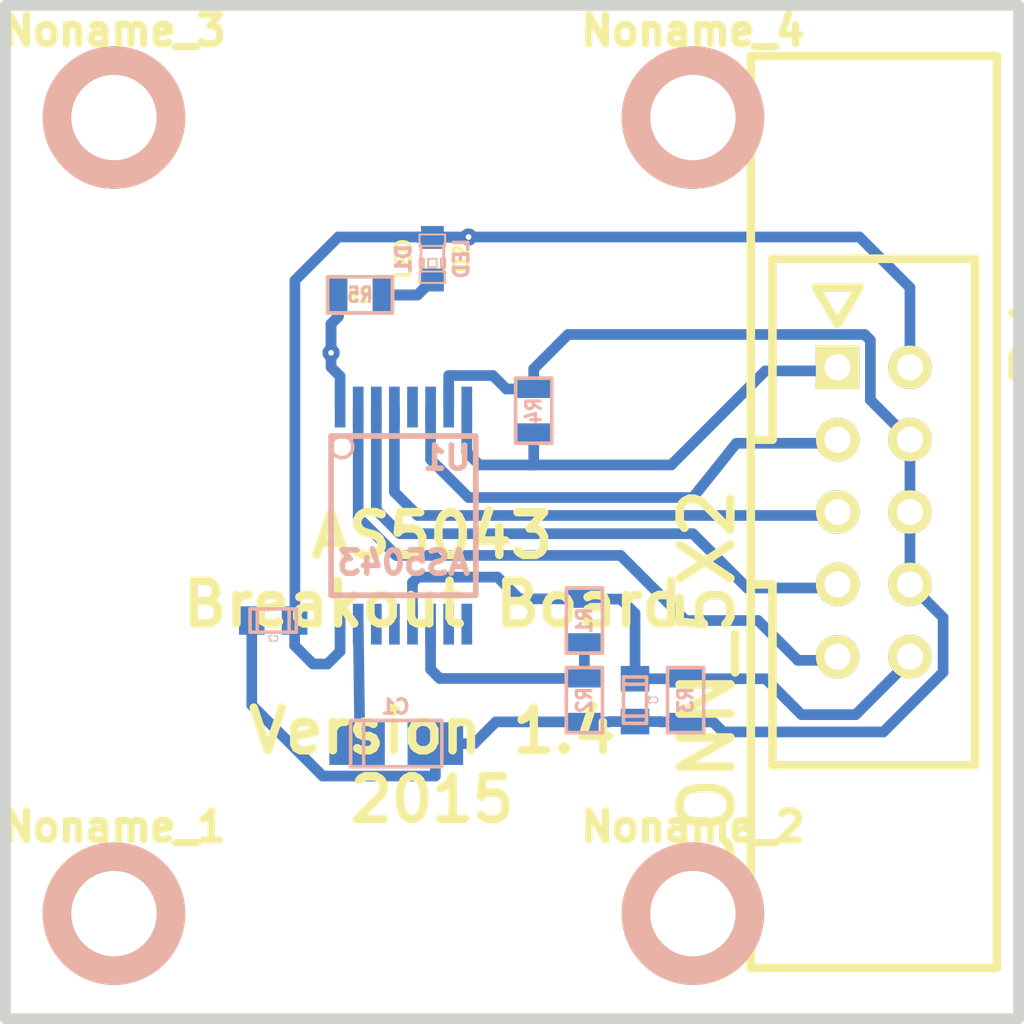
<source format=kicad_pcb>
(kicad_pcb (version 20171130) (host pcbnew "(5.1.12)-1")

  (general
    (thickness 1.6002)
    (drawings 21)
    (tracks 136)
    (zones 0)
    (modules 17)
    (nets 16)
  )

  (page A4)
  (title_block
    (date "22 jul 2012")
  )

  (layers
    (0 Front signal)
    (31 Back signal)
    (32 B.Adhes user hide)
    (33 F.Adhes user hide)
    (34 B.Paste user hide)
    (35 F.Paste user hide)
    (36 B.SilkS user hide)
    (37 F.SilkS user hide)
    (38 B.Mask user hide)
    (39 F.Mask user hide)
    (40 Dwgs.User user hide)
    (41 Cmts.User user hide)
    (42 Eco1.User user hide)
    (43 Eco2.User user hide)
    (44 Edge.Cuts user)
  )

  (setup
    (last_trace_width 0.37592)
    (user_trace_width 0.37338)
    (trace_clearance 0.20066)
    (zone_clearance 0.4)
    (zone_45_only yes)
    (trace_min 0.37338)
    (via_size 0.889)
    (via_drill 0.635)
    (via_min_size 0.6)
    (via_min_drill 0.2)
    (user_via 0.6 0.2)
    (uvia_size 0.508)
    (uvia_drill 0.127)
    (uvias_allowed no)
    (uvia_min_size 0.508)
    (uvia_min_drill 0.127)
    (edge_width 0.381)
    (segment_width 0.381)
    (pcb_text_width 0.3048)
    (pcb_text_size 1.524 2.032)
    (mod_edge_width 0.381)
    (mod_text_size 1.524 1.524)
    (mod_text_width 0.3048)
    (pad_size 5.00126 5.00126)
    (pad_drill 2.99466)
    (pad_to_mask_clearance 0.254)
    (aux_axis_origin 31.75 30.988)
    (visible_elements 7FFFFFFF)
    (pcbplotparams
      (layerselection 0x0003c_80000001)
      (usegerberextensions false)
      (usegerberattributes true)
      (usegerberadvancedattributes true)
      (creategerberjobfile true)
      (excludeedgelayer false)
      (linewidth 0.150000)
      (plotframeref false)
      (viasonmask false)
      (mode 1)
      (useauxorigin false)
      (hpglpennumber 1)
      (hpglpenspeed 20)
      (hpglpendiameter 100.000000)
      (psnegative false)
      (psa4output false)
      (plotreference true)
      (plotvalue true)
      (plotinvisibletext false)
      (padsonsilk false)
      (subtractmaskfromsilk false)
      (outputformat 2)
      (mirror false)
      (drillshape 2)
      (scaleselection 1)
      (outputdirectory "plot/"))
  )

  (net 0 "")
  (net 1 +5V)
  (net 2 /CLK)
  (net 3 /CS)
  (net 4 /DO)
  (net 5 /MODE)
  (net 6 /PROG)
  (net 7 GND)
  (net 8 "Net-(C1-Pad1)")
  (net 9 "Net-(C3-Pad1)")
  (net 10 "Net-(D1-Pad2)")
  (net 11 "Net-(D2-Pad2)")
  (net 12 "Net-(R1-Pad2)")
  (net 13 "Net-(R5-Pad2)")
  (net 14 "Net-(U1-Pad10)")
  (net 15 "Net-(U1-Pad9)")

  (net_class Default "This is the default net class."
    (clearance 0.20066)
    (trace_width 0.37592)
    (via_dia 0.889)
    (via_drill 0.635)
    (uvia_dia 0.508)
    (uvia_drill 0.127)
    (add_net +5V)
    (add_net /CLK)
    (add_net /CS)
    (add_net /DO)
    (add_net /MODE)
    (add_net /PROG)
    (add_net GND)
    (add_net "Net-(C1-Pad1)")
    (add_net "Net-(C3-Pad1)")
    (add_net "Net-(D1-Pad2)")
    (add_net "Net-(D2-Pad2)")
    (add_net "Net-(R1-Pad2)")
    (add_net "Net-(R5-Pad2)")
    (add_net "Net-(U1-Pad10)")
    (add_net "Net-(U1-Pad9)")
  )

  (module 1pin (layer Front) (tedit 500C59CB) (tstamp 4F245705)
    (at 55.88 34.925)
    (descr "module 1 pin (ou trou mecanique de percage)")
    (tags DEV)
    (path 1pin)
    (fp_text reference Noname_4 (at 0 -3.048) (layer F.SilkS)
      (effects (font (size 1.016 1.016) (thickness 0.254)))
    )
    (fp_text value P*** (at 0 2.794) (layer F.SilkS) hide
      (effects (font (size 1.016 1.016) (thickness 0.254)))
    )
    (fp_circle (center 0 0) (end 0 -2.286) (layer F.SilkS) (width 0.381))
    (pad 1 thru_hole circle (at 0 -0.00254) (size 5.00126 5.00126) (drill 2.99466) (layers *.Cu *.SilkS *.Mask)
      (clearance 0.50038))
  )

  (module 1pin (layer Front) (tedit 500C59A8) (tstamp 4F245844)
    (at 35.56 34.925)
    (descr "module 1 pin (ou trou mecanique de percage)")
    (tags DEV)
    (path 1pin)
    (fp_text reference Noname_3 (at 0 -3.048) (layer F.SilkS)
      (effects (font (size 1.016 1.016) (thickness 0.254)))
    )
    (fp_text value P*** (at 0 2.794) (layer F.SilkS) hide
      (effects (font (size 1.016 1.016) (thickness 0.254)))
    )
    (fp_circle (center 0 0) (end 0 -2.286) (layer F.SilkS) (width 0.381))
    (pad 1 thru_hole circle (at 0 -0.00254) (size 5.00126 5.00126) (drill 2.99466) (layers *.Cu *.SilkS *.Mask)
      (clearance 0.50038))
  )

  (module 1pin (layer Front) (tedit 500C59EB) (tstamp 4FCBC48C)
    (at 55.88 62.865)
    (descr "module 1 pin (ou trou mecanique de percage)")
    (tags DEV)
    (path 1pin)
    (fp_text reference Noname_2 (at 0 -3.048) (layer F.SilkS)
      (effects (font (size 1.016 1.016) (thickness 0.254)))
    )
    (fp_text value P*** (at 0 2.794) (layer F.SilkS) hide
      (effects (font (size 1.016 1.016) (thickness 0.254)))
    )
    (fp_circle (center 0 0) (end 0 -2.286) (layer F.SilkS) (width 0.381))
    (pad 1 thru_hole circle (at 0 0) (size 5.00126 5.00126) (drill 2.99466) (layers *.Cu *.SilkS *.Mask)
      (clearance 0.50038))
  )

  (module 1pin (layer Front) (tedit 500C59F7) (tstamp 4F245859)
    (at 35.56 62.865)
    (descr "module 1 pin (ou trou mecanique de percage)")
    (tags DEV)
    (path 1pin)
    (fp_text reference Noname_1 (at 0 -3.048) (layer F.SilkS)
      (effects (font (size 1.016 1.016) (thickness 0.254)))
    )
    (fp_text value P*** (at 0 2.794) (layer F.SilkS) hide
      (effects (font (size 1.016 1.016) (thickness 0.254)))
    )
    (fp_circle (center 0 0) (end 0 -2.286) (layer F.SilkS) (width 0.381))
    (pad 1 thru_hole circle (at 0 0) (size 5.00126 5.00126) (drill 2.99466) (layers *.Cu *.SilkS *.Mask)
      (clearance 0.50038))
  )

  (module smd_capacitors:c_tant_A (layer Back) (tedit 4D5D91D2) (tstamp 56656313)
    (at 45.466 56.896 180)
    (descr "SMT capacitor, tantalum size A")
    (path /4F242986)
    (fp_text reference C1 (at 0.0254 1.2954 180) (layer B.SilkS)
      (effects (font (size 0.50038 0.50038) (thickness 0.11938)) (justify mirror))
    )
    (fp_text value 5uF (at 0 -1.27 180) (layer B.SilkS) hide
      (effects (font (size 0.50038 0.50038) (thickness 0.11938)) (justify mirror))
    )
    (fp_line (start 1.143 -0.8128) (end 1.143 0.8128) (layer B.SilkS) (width 0.127))
    (fp_line (start -1.6002 0.8128) (end -1.6002 -0.8128) (layer B.SilkS) (width 0.127))
    (fp_line (start -1.6002 -0.8128) (end 1.6002 -0.8128) (layer B.SilkS) (width 0.127))
    (fp_line (start 1.6002 -0.8128) (end 1.6002 0.8128) (layer B.SilkS) (width 0.127))
    (fp_line (start 1.6002 0.8128) (end -1.6002 0.8128) (layer B.SilkS) (width 0.127))
    (pad 1 smd rect (at 1.37414 0 180) (size 1.95072 1.50114) (layers Back B.Paste B.Mask)
      (net 8 "Net-(C1-Pad1)"))
    (pad 2 smd rect (at -1.37414 0 180) (size 1.95072 1.50114) (layers Back B.Paste B.Mask)
      (net 7 GND))
    (model smd/capacitors/c_tant_A.wrl
      (at (xyz 0 0 0))
      (scale (xyz 1 1 1))
      (rotate (xyz 0 0 0))
    )
  )

  (module smd_capacitors:c_0603 (layer Back) (tedit 490472AA) (tstamp 56656318)
    (at 41.148 52.578)
    (descr "SMT capacitor, 0603")
    (path /4F242939)
    (fp_text reference C2 (at 0 0.635) (layer B.SilkS)
      (effects (font (size 0.20066 0.20066) (thickness 0.04064)) (justify mirror))
    )
    (fp_text value 100nF (at 0 -0.635) (layer B.SilkS) hide
      (effects (font (size 0.20066 0.20066) (thickness 0.04064)) (justify mirror))
    )
    (fp_line (start 0.5588 -0.4064) (end 0.5588 0.4064) (layer B.SilkS) (width 0.127))
    (fp_line (start -0.5588 0.381) (end -0.5588 -0.4064) (layer B.SilkS) (width 0.127))
    (fp_line (start -0.8128 0.4064) (end 0.8128 0.4064) (layer B.SilkS) (width 0.127))
    (fp_line (start 0.8128 0.4064) (end 0.8128 -0.4064) (layer B.SilkS) (width 0.127))
    (fp_line (start 0.8128 -0.4064) (end -0.8128 -0.4064) (layer B.SilkS) (width 0.127))
    (fp_line (start -0.8128 -0.4064) (end -0.8128 0.4064) (layer B.SilkS) (width 0.127))
    (pad 1 smd rect (at 0.75184 0) (size 0.89916 1.00076) (layers Back B.Paste B.Mask)
      (net 1 +5V))
    (pad 2 smd rect (at -0.75184 0) (size 0.89916 1.00076) (layers Back B.Paste B.Mask)
      (net 7 GND))
    (model smd/capacitors/c_0603.wrl
      (at (xyz 0 0 0))
      (scale (xyz 1 1 1))
      (rotate (xyz 0 0 0))
    )
  )

  (module smd_capacitors:c_0603 (layer Back) (tedit 5665643F) (tstamp 5665631D)
    (at 53.848 55.372 90)
    (descr "SMT capacitor, 0603")
    (path /4F242FCD)
    (fp_text reference C3 (at 0 0.635) (layer B.SilkS)
      (effects (font (size 0.20066 0.20066) (thickness 0.04064)) (justify mirror))
    )
    (fp_text value 100pf (at 0 -0.635 90) (layer B.SilkS) hide
      (effects (font (size 0.20066 0.20066) (thickness 0.04064)) (justify mirror))
    )
    (fp_line (start 0.5588 -0.4064) (end 0.5588 0.4064) (layer B.SilkS) (width 0.127))
    (fp_line (start -0.5588 0.381) (end -0.5588 -0.4064) (layer B.SilkS) (width 0.127))
    (fp_line (start -0.8128 0.4064) (end 0.8128 0.4064) (layer B.SilkS) (width 0.127))
    (fp_line (start 0.8128 0.4064) (end 0.8128 -0.4064) (layer B.SilkS) (width 0.127))
    (fp_line (start 0.8128 -0.4064) (end -0.8128 -0.4064) (layer B.SilkS) (width 0.127))
    (fp_line (start -0.8128 -0.4064) (end -0.8128 0.4064) (layer B.SilkS) (width 0.127))
    (pad 1 smd rect (at 0.75184 0 90) (size 0.89916 1.00076) (layers Back B.Paste B.Mask)
      (net 9 "Net-(C3-Pad1)"))
    (pad 2 smd rect (at -0.75184 0 90) (size 0.89916 1.00076) (layers Back B.Paste B.Mask)
      (net 7 GND))
    (model smd/capacitors/c_0603.wrl
      (at (xyz 0 0 0))
      (scale (xyz 1 1 1))
      (rotate (xyz 0 0 0))
    )
  )

  (module led:LED-0603 (layer Back) (tedit 4E16AFB4) (tstamp 56656322)
    (at 46.736 39.878 270)
    (descr "LED 0603 smd package")
    (tags "LED led 0603 SMD smd SMT smt smdled SMDLED smtled SMTLED")
    (path /4FCB8666)
    (attr smd)
    (fp_text reference D1 (at 0 1.016 270) (layer B.SilkS)
      (effects (font (size 0.508 0.508) (thickness 0.127)) (justify mirror))
    )
    (fp_text value LED (at 0 -1.016 270) (layer B.SilkS)
      (effects (font (size 0.508 0.508) (thickness 0.127)) (justify mirror))
    )
    (fp_line (start 0.44958 0.44958) (end 0.44958 -0.44958) (layer B.SilkS) (width 0.06604))
    (fp_line (start 0.44958 -0.44958) (end 0.84836 -0.44958) (layer B.SilkS) (width 0.06604))
    (fp_line (start 0.84836 0.44958) (end 0.84836 -0.44958) (layer B.SilkS) (width 0.06604))
    (fp_line (start 0.44958 0.44958) (end 0.84836 0.44958) (layer B.SilkS) (width 0.06604))
    (fp_line (start -0.84836 0.44958) (end -0.84836 -0.44958) (layer B.SilkS) (width 0.06604))
    (fp_line (start -0.84836 -0.44958) (end -0.44958 -0.44958) (layer B.SilkS) (width 0.06604))
    (fp_line (start -0.44958 0.44958) (end -0.44958 -0.44958) (layer B.SilkS) (width 0.06604))
    (fp_line (start -0.84836 0.44958) (end -0.44958 0.44958) (layer B.SilkS) (width 0.06604))
    (fp_line (start 0 0.44958) (end 0 0.29972) (layer B.SilkS) (width 0.06604))
    (fp_line (start 0 0.29972) (end 0.29972 0.29972) (layer B.SilkS) (width 0.06604))
    (fp_line (start 0.29972 0.44958) (end 0.29972 0.29972) (layer B.SilkS) (width 0.06604))
    (fp_line (start 0 0.44958) (end 0.29972 0.44958) (layer B.SilkS) (width 0.06604))
    (fp_line (start 0 -0.29972) (end 0 -0.44958) (layer B.SilkS) (width 0.06604))
    (fp_line (start 0 -0.44958) (end 0.29972 -0.44958) (layer B.SilkS) (width 0.06604))
    (fp_line (start 0.29972 -0.29972) (end 0.29972 -0.44958) (layer B.SilkS) (width 0.06604))
    (fp_line (start 0 -0.29972) (end 0.29972 -0.29972) (layer B.SilkS) (width 0.06604))
    (fp_line (start 0 0.14986) (end 0 -0.14986) (layer B.SilkS) (width 0.06604))
    (fp_line (start 0 -0.14986) (end 0.29972 -0.14986) (layer B.SilkS) (width 0.06604))
    (fp_line (start 0.29972 0.14986) (end 0.29972 -0.14986) (layer B.SilkS) (width 0.06604))
    (fp_line (start 0 0.14986) (end 0.29972 0.14986) (layer B.SilkS) (width 0.06604))
    (fp_line (start 0.44958 0.39878) (end -0.44958 0.39878) (layer B.SilkS) (width 0.1016))
    (fp_line (start 0.44958 -0.39878) (end -0.44958 -0.39878) (layer B.SilkS) (width 0.1016))
    (pad 1 smd rect (at -0.7493 0 270) (size 0.79756 0.79756) (layers Back B.Paste B.Mask)
      (net 1 +5V))
    (pad 2 smd rect (at 0.7493 0 270) (size 0.79756 0.79756) (layers Back B.Paste B.Mask)
      (net 10 "Net-(D1-Pad2)"))
  )

  (module led:LED-0603 (layer Front) (tedit 4E16AFB4) (tstamp 56656327)
    (at 46.7335 39.878 270)
    (descr "LED 0603 smd package")
    (tags "LED led 0603 SMD smd SMT smt smdled SMDLED smtled SMTLED")
    (path /4FCCEFE9)
    (attr smd)
    (fp_text reference D2 (at 0 -1.016 270) (layer F.SilkS)
      (effects (font (size 0.508 0.508) (thickness 0.127)))
    )
    (fp_text value LED (at 0 1.016 270) (layer F.SilkS)
      (effects (font (size 0.508 0.508) (thickness 0.127)))
    )
    (fp_line (start 0.44958 -0.44958) (end 0.44958 0.44958) (layer F.SilkS) (width 0.06604))
    (fp_line (start 0.44958 0.44958) (end 0.84836 0.44958) (layer F.SilkS) (width 0.06604))
    (fp_line (start 0.84836 -0.44958) (end 0.84836 0.44958) (layer F.SilkS) (width 0.06604))
    (fp_line (start 0.44958 -0.44958) (end 0.84836 -0.44958) (layer F.SilkS) (width 0.06604))
    (fp_line (start -0.84836 -0.44958) (end -0.84836 0.44958) (layer F.SilkS) (width 0.06604))
    (fp_line (start -0.84836 0.44958) (end -0.44958 0.44958) (layer F.SilkS) (width 0.06604))
    (fp_line (start -0.44958 -0.44958) (end -0.44958 0.44958) (layer F.SilkS) (width 0.06604))
    (fp_line (start -0.84836 -0.44958) (end -0.44958 -0.44958) (layer F.SilkS) (width 0.06604))
    (fp_line (start 0 -0.44958) (end 0 -0.29972) (layer F.SilkS) (width 0.06604))
    (fp_line (start 0 -0.29972) (end 0.29972 -0.29972) (layer F.SilkS) (width 0.06604))
    (fp_line (start 0.29972 -0.44958) (end 0.29972 -0.29972) (layer F.SilkS) (width 0.06604))
    (fp_line (start 0 -0.44958) (end 0.29972 -0.44958) (layer F.SilkS) (width 0.06604))
    (fp_line (start 0 0.29972) (end 0 0.44958) (layer F.SilkS) (width 0.06604))
    (fp_line (start 0 0.44958) (end 0.29972 0.44958) (layer F.SilkS) (width 0.06604))
    (fp_line (start 0.29972 0.29972) (end 0.29972 0.44958) (layer F.SilkS) (width 0.06604))
    (fp_line (start 0 0.29972) (end 0.29972 0.29972) (layer F.SilkS) (width 0.06604))
    (fp_line (start 0 -0.14986) (end 0 0.14986) (layer F.SilkS) (width 0.06604))
    (fp_line (start 0 0.14986) (end 0.29972 0.14986) (layer F.SilkS) (width 0.06604))
    (fp_line (start 0.29972 -0.14986) (end 0.29972 0.14986) (layer F.SilkS) (width 0.06604))
    (fp_line (start 0 -0.14986) (end 0.29972 -0.14986) (layer F.SilkS) (width 0.06604))
    (fp_line (start 0.44958 -0.39878) (end -0.44958 -0.39878) (layer F.SilkS) (width 0.1016))
    (fp_line (start 0.44958 0.39878) (end -0.44958 0.39878) (layer F.SilkS) (width 0.1016))
    (pad 1 smd rect (at -0.7493 0 270) (size 0.79756 0.79756) (layers Front F.Paste F.Mask)
      (net 1 +5V))
    (pad 2 smd rect (at 0.7493 0 270) (size 0.79756 0.79756) (layers Front F.Paste F.Mask)
      (net 11 "Net-(D2-Pad2)"))
  )

  (module he10-lock:he10-lock (layer Front) (tedit 4F29B1CA) (tstamp 5665632C)
    (at 62.2275 48.768 270)
    (descr "Connecteur HE10")
    (tags "CONN HE10")
    (path /4F21BD0B)
    (fp_text reference P1 (at -6.096 -5.842 270) (layer F.SilkS)
      (effects (font (size 1.778 1.778) (thickness 0.3048)))
    )
    (fp_text value CONN_5X2 (at 6.096 5.842 270) (layer F.SilkS)
      (effects (font (size 1.778 1.778) (thickness 0.3048)))
    )
    (fp_line (start 16.002 -4.318) (end 16.002 4.318) (layer F.SilkS) (width 0.3048))
    (fp_line (start 16.002 4.318) (end -16.002 4.318) (layer F.SilkS) (width 0.3048))
    (fp_line (start -16.002 -4.318) (end 16.002 -4.318) (layer F.SilkS) (width 0.3048))
    (fp_line (start -8.89 3.556) (end -8.89 -3.556) (layer F.SilkS) (width 0.3048))
    (fp_line (start 8.89 3.556) (end 8.89 -3.556) (layer F.SilkS) (width 0.3048))
    (fp_line (start -2.54 4.318) (end -2.54 3.556) (layer F.SilkS) (width 0.3048))
    (fp_line (start -2.54 3.556) (end -8.89 3.556) (layer F.SilkS) (width 0.3048))
    (fp_line (start -8.89 -3.556) (end 8.89 -3.556) (layer F.SilkS) (width 0.3048))
    (fp_line (start 8.89 3.556) (end 2.54 3.556) (layer F.SilkS) (width 0.3048))
    (fp_line (start 2.54 3.556) (end 2.54 4.318) (layer F.SilkS) (width 0.3048))
    (fp_line (start -16.002 4.318) (end -16.002 -4.318) (layer F.SilkS) (width 0.3048))
    (fp_line (start -6.604 1.27) (end -7.874 0.508) (layer F.SilkS) (width 0.3048))
    (fp_line (start -7.874 0.508) (end -7.874 2.032) (layer F.SilkS) (width 0.3048))
    (fp_line (start -7.874 2.032) (end -6.604 1.27) (layer F.SilkS) (width 0.3048))
    (pad 1 thru_hole rect (at -5.08 1.27 270) (size 1.524 1.524) (drill 0.9144) (layers *.Cu *.Mask F.SilkS)
      (net 6 /PROG))
    (pad 2 thru_hole circle (at -5.08 -1.27 270) (size 1.524 1.524) (drill 0.9144) (layers *.Cu *.Mask F.SilkS)
      (net 1 +5V))
    (pad 3 thru_hole circle (at -2.54 1.27 270) (size 1.524 1.524) (drill 0.9144) (layers *.Cu *.Mask F.SilkS)
      (net 4 /DO))
    (pad 4 thru_hole circle (at -2.54 -1.27 270) (size 1.524 1.524) (drill 0.9144) (layers *.Cu *.Mask F.SilkS)
      (net 7 GND))
    (pad 5 thru_hole circle (at 0 1.27 270) (size 1.524 1.524) (drill 0.9144) (layers *.Cu *.Mask F.SilkS)
      (net 2 /CLK))
    (pad 6 thru_hole circle (at 0 -1.27 270) (size 1.524 1.524) (drill 0.9144) (layers *.Cu *.Mask F.SilkS)
      (net 7 GND))
    (pad 7 thru_hole circle (at 2.54 1.27 270) (size 1.524 1.524) (drill 0.9144) (layers *.Cu *.Mask F.SilkS)
      (net 3 /CS))
    (pad 8 thru_hole circle (at 2.54 -1.27 270) (size 1.524 1.524) (drill 0.9144) (layers *.Cu *.Mask F.SilkS)
      (net 7 GND))
    (pad 9 thru_hole circle (at 5.08 1.27 270) (size 1.524 1.524) (drill 0.9144) (layers *.Cu *.Mask F.SilkS)
      (net 5 /MODE))
    (pad 10 thru_hole circle (at 5.08 -1.27 270) (size 1.524 1.524) (drill 0.9144) (layers *.Cu *.Mask F.SilkS)
      (net 9 "Net-(C3-Pad1)"))
    (model 3D/IDC/he10_10d_trava.wrl
      (at (xyz 0 0 0))
      (scale (xyz 1 1 1))
      (rotate (xyz 0 0 0))
    )
  )

  (module libcms:SM0603 (layer Back) (tedit 4E43A3D1) (tstamp 56656339)
    (at 52.07 52.578 270)
    (path /4F242E7F)
    (attr smd)
    (fp_text reference R1 (at 0 0 270) (layer B.SilkS)
      (effects (font (size 0.508 0.4572) (thickness 0.1143)) (justify mirror))
    )
    (fp_text value 33k (at 0 0 270) (layer B.SilkS) hide
      (effects (font (size 0.508 0.4572) (thickness 0.1143)) (justify mirror))
    )
    (fp_line (start -1.143 0.635) (end 1.143 0.635) (layer B.SilkS) (width 0.127))
    (fp_line (start 1.143 0.635) (end 1.143 -0.635) (layer B.SilkS) (width 0.127))
    (fp_line (start 1.143 -0.635) (end -1.143 -0.635) (layer B.SilkS) (width 0.127))
    (fp_line (start -1.143 -0.635) (end -1.143 0.635) (layer B.SilkS) (width 0.127))
    (pad 1 smd rect (at -0.762 0 270) (size 0.635 1.143) (layers Back B.Paste B.Mask)
      (net 9 "Net-(C3-Pad1)"))
    (pad 2 smd rect (at 0.762 0 270) (size 0.635 1.143) (layers Back B.Paste B.Mask)
      (net 12 "Net-(R1-Pad2)"))
    (model smd\resistors\R0603.wrl
      (offset (xyz 0 0 0.02539999961853028))
      (scale (xyz 0.5 0.5 0.5))
      (rotate (xyz 0 0 0))
    )
  )

  (module libcms:SM0603 (layer Back) (tedit 4E43A3D1) (tstamp 5665633E)
    (at 52.07 55.372 270)
    (path /4F242E8E)
    (attr smd)
    (fp_text reference R2 (at 0 0 270) (layer B.SilkS)
      (effects (font (size 0.508 0.4572) (thickness 0.1143)) (justify mirror))
    )
    (fp_text value 33k (at 0 0 270) (layer B.SilkS) hide
      (effects (font (size 0.508 0.4572) (thickness 0.1143)) (justify mirror))
    )
    (fp_line (start -1.143 0.635) (end 1.143 0.635) (layer B.SilkS) (width 0.127))
    (fp_line (start 1.143 0.635) (end 1.143 -0.635) (layer B.SilkS) (width 0.127))
    (fp_line (start 1.143 -0.635) (end -1.143 -0.635) (layer B.SilkS) (width 0.127))
    (fp_line (start -1.143 -0.635) (end -1.143 0.635) (layer B.SilkS) (width 0.127))
    (pad 1 smd rect (at -0.762 0 270) (size 0.635 1.143) (layers Back B.Paste B.Mask)
      (net 12 "Net-(R1-Pad2)"))
    (pad 2 smd rect (at 0.762 0 270) (size 0.635 1.143) (layers Back B.Paste B.Mask)
      (net 7 GND))
    (model smd\resistors\R0603.wrl
      (offset (xyz 0 0 0.02539999961853028))
      (scale (xyz 0.5 0.5 0.5))
      (rotate (xyz 0 0 0))
    )
  )

  (module libcms:SM0603 (layer Back) (tedit 4E43A3D1) (tstamp 56656343)
    (at 55.6235 55.372 270)
    (path /4F242F4C)
    (attr smd)
    (fp_text reference R3 (at 0 0 270) (layer B.SilkS)
      (effects (font (size 0.508 0.4572) (thickness 0.1143)) (justify mirror))
    )
    (fp_text value 47k (at 0 0 270) (layer B.SilkS) hide
      (effects (font (size 0.508 0.4572) (thickness 0.1143)) (justify mirror))
    )
    (fp_line (start -1.143 0.635) (end 1.143 0.635) (layer B.SilkS) (width 0.127))
    (fp_line (start 1.143 0.635) (end 1.143 -0.635) (layer B.SilkS) (width 0.127))
    (fp_line (start 1.143 -0.635) (end -1.143 -0.635) (layer B.SilkS) (width 0.127))
    (fp_line (start -1.143 -0.635) (end -1.143 0.635) (layer B.SilkS) (width 0.127))
    (pad 1 smd rect (at -0.762 0 270) (size 0.635 1.143) (layers Back B.Paste B.Mask)
      (net 9 "Net-(C3-Pad1)"))
    (pad 2 smd rect (at 0.762 0 270) (size 0.635 1.143) (layers Back B.Paste B.Mask)
      (net 7 GND))
    (model smd\resistors\R0603.wrl
      (offset (xyz 0 0 0.02539999961853028))
      (scale (xyz 0.5 0.5 0.5))
      (rotate (xyz 0 0 0))
    )
  )

  (module libcms:SM0603 (layer Back) (tedit 4E43A3D1) (tstamp 56656348)
    (at 50.292 45.212 90)
    (path /4F292BF0)
    (attr smd)
    (fp_text reference R4 (at 0 0 90) (layer B.SilkS)
      (effects (font (size 0.508 0.4572) (thickness 0.1143)) (justify mirror))
    )
    (fp_text value 10k (at 0 0 90) (layer B.SilkS) hide
      (effects (font (size 0.508 0.4572) (thickness 0.1143)) (justify mirror))
    )
    (fp_line (start -1.143 0.635) (end 1.143 0.635) (layer B.SilkS) (width 0.127))
    (fp_line (start 1.143 0.635) (end 1.143 -0.635) (layer B.SilkS) (width 0.127))
    (fp_line (start 1.143 -0.635) (end -1.143 -0.635) (layer B.SilkS) (width 0.127))
    (fp_line (start -1.143 -0.635) (end -1.143 0.635) (layer B.SilkS) (width 0.127))
    (pad 1 smd rect (at -0.762 0 90) (size 0.635 1.143) (layers Back B.Paste B.Mask)
      (net 6 /PROG))
    (pad 2 smd rect (at 0.762 0 90) (size 0.635 1.143) (layers Back B.Paste B.Mask)
      (net 7 GND))
    (model smd\resistors\R0603.wrl
      (offset (xyz 0 0 0.02539999961853028))
      (scale (xyz 0.5 0.5 0.5))
      (rotate (xyz 0 0 0))
    )
  )

  (module libcms:SM0603 (layer Back) (tedit 4E43A3D1) (tstamp 5665634D)
    (at 44.196 41.148 180)
    (path /4FCB868E)
    (attr smd)
    (fp_text reference R5 (at 0 0 180) (layer B.SilkS)
      (effects (font (size 0.508 0.4572) (thickness 0.1143)) (justify mirror))
    )
    (fp_text value 1k (at 0 0 180) (layer B.SilkS) hide
      (effects (font (size 0.508 0.4572) (thickness 0.1143)) (justify mirror))
    )
    (fp_line (start -1.143 0.635) (end 1.143 0.635) (layer B.SilkS) (width 0.127))
    (fp_line (start 1.143 0.635) (end 1.143 -0.635) (layer B.SilkS) (width 0.127))
    (fp_line (start 1.143 -0.635) (end -1.143 -0.635) (layer B.SilkS) (width 0.127))
    (fp_line (start -1.143 -0.635) (end -1.143 0.635) (layer B.SilkS) (width 0.127))
    (pad 1 smd rect (at -0.762 0 180) (size 0.635 1.143) (layers Back B.Paste B.Mask)
      (net 10 "Net-(D1-Pad2)"))
    (pad 2 smd rect (at 0.762 0 180) (size 0.635 1.143) (layers Back B.Paste B.Mask)
      (net 13 "Net-(R5-Pad2)"))
    (model smd\resistors\R0603.wrl
      (offset (xyz 0 0 0.02539999961853028))
      (scale (xyz 0.5 0.5 0.5))
      (rotate (xyz 0 0 0))
    )
  )

  (module libcms:SM0603 (layer Front) (tedit 4E43A3D1) (tstamp 56656352)
    (at 44.196 41.148 180)
    (path /4FCCEFEF)
    (attr smd)
    (fp_text reference R6 (at 0 0 180) (layer F.SilkS)
      (effects (font (size 0.508 0.4572) (thickness 0.1143)))
    )
    (fp_text value 1k (at 0 0 180) (layer F.SilkS) hide
      (effects (font (size 0.508 0.4572) (thickness 0.1143)))
    )
    (fp_line (start -1.143 -0.635) (end 1.143 -0.635) (layer F.SilkS) (width 0.127))
    (fp_line (start 1.143 -0.635) (end 1.143 0.635) (layer F.SilkS) (width 0.127))
    (fp_line (start 1.143 0.635) (end -1.143 0.635) (layer F.SilkS) (width 0.127))
    (fp_line (start -1.143 0.635) (end -1.143 -0.635) (layer F.SilkS) (width 0.127))
    (pad 1 smd rect (at -0.762 0 180) (size 0.635 1.143) (layers Front F.Paste F.Mask)
      (net 11 "Net-(D2-Pad2)"))
    (pad 2 smd rect (at 0.762 0 180) (size 0.635 1.143) (layers Front F.Paste F.Mask)
      (net 13 "Net-(R5-Pad2)"))
    (model smd\resistors\R0603.wrl
      (offset (xyz 0 0 0.02539999961853028))
      (scale (xyz 0.5 0.5 0.5))
      (rotate (xyz 0 0 0))
    )
  )

  (module lib:SSOP16_WIDE (layer Back) (tedit 4FCBC070) (tstamp 56656357)
    (at 45.72 48.895)
    (path /4F21BC93)
    (attr smd)
    (fp_text reference U1 (at 1.524 -2.032) (layer B.SilkS)
      (effects (font (size 0.81788 0.81788) (thickness 0.19812)) (justify mirror))
    )
    (fp_text value AS5043 (at 0 1.651) (layer B.SilkS)
      (effects (font (size 0.81788 0.81788) (thickness 0.19812)) (justify mirror))
    )
    (fp_line (start -2.54 -2.794) (end -2.54 2.794) (layer B.SilkS) (width 0.2032))
    (fp_line (start -2.54 2.794) (end 2.54 2.794) (layer B.SilkS) (width 0.2032))
    (fp_line (start 2.54 2.794) (end 2.54 -2.794) (layer B.SilkS) (width 0.2032))
    (fp_line (start 2.54 -2.794) (end -2.54 -2.794) (layer B.SilkS) (width 0.2032))
    (fp_circle (center -2.159 -2.413) (end -2.54 -2.413) (layer B.SilkS) (width 0.127))
    (pad 1 smd rect (at -2.2225 -3.81) (size 0.37592 1.4351) (layers Back B.Paste B.Mask)
      (net 13 "Net-(R5-Pad2)"))
    (pad 2 smd rect (at -1.5875 -3.81) (size 0.37592 1.4351) (layers Back B.Paste B.Mask)
      (net 5 /MODE))
    (pad 3 smd rect (at -0.9525 -3.81) (size 0.37592 1.4351) (layers Back B.Paste B.Mask)
      (net 3 /CS))
    (pad 4 smd rect (at -0.3175 -3.81) (size 0.37592 1.4351) (layers Back B.Paste B.Mask)
      (net 2 /CLK))
    (pad 5 smd rect (at 0.3175 -3.81) (size 0.37592 1.4351) (layers Back B.Paste B.Mask))
    (pad 6 smd rect (at 0.9525 -3.81) (size 0.37592 1.4351) (layers Back B.Paste B.Mask)
      (net 4 /DO))
    (pad 7 smd rect (at 1.5875 -3.81) (size 0.37592 1.4351) (layers Back B.Paste B.Mask)
      (net 7 GND))
    (pad 10 smd rect (at 1.5875 3.81) (size 0.37592 1.4351) (layers Back B.Paste B.Mask)
      (net 14 "Net-(U1-Pad10)"))
    (pad 11 smd rect (at 0.9525 3.81) (size 0.37592 1.4351) (layers Back B.Paste B.Mask)
      (net 12 "Net-(R1-Pad2)"))
    (pad 12 smd rect (at 0.3175 3.81) (size 0.37592 1.4351) (layers Back B.Paste B.Mask)
      (net 9 "Net-(C3-Pad1)"))
    (pad 13 smd rect (at -0.3175 3.81) (size 0.37592 1.4351) (layers Back B.Paste B.Mask))
    (pad 14 smd rect (at -0.9525 3.81) (size 0.37592 1.4351) (layers Back B.Paste B.Mask))
    (pad 15 smd rect (at -1.5875 3.81) (size 0.37592 1.4351) (layers Back B.Paste B.Mask)
      (net 8 "Net-(C1-Pad1)"))
    (pad 16 smd rect (at -2.2225 3.81) (size 0.37592 1.4351) (layers Back B.Paste B.Mask)
      (net 1 +5V))
    (pad 8 smd rect (at 2.2225 -3.81) (size 0.37592 1.4351) (layers Back B.Paste B.Mask)
      (net 6 /PROG))
    (pad 9 smd rect (at 2.2225 3.81) (size 0.37592 1.4351) (layers Back B.Paste B.Mask)
      (net 15 "Net-(U1-Pad9)"))
    (model smisioto_eu/3d/smd_dil/ssop-16.wrl
      (at (xyz 0 0 0))
      (scale (xyz 1 1.25 1))
      (rotate (xyz 0 0 0))
    )
  )

  (gr_text "Version 1.4\n2015" (at 46.73346 57.658) (layer F.SilkS)
    (effects (font (size 1.49606 1.49606) (thickness 0.29718)))
  )
  (gr_text "AS5043\nBreakout Board" (at 46.73346 50.79746) (layer F.SilkS)
    (effects (font (size 1.49606 1.49606) (thickness 0.29972)))
  )
  (gr_line (start 31.75 66.548) (end 31.75 30.988) (angle 90) (layer Edge.Cuts) (width 0.381))
  (gr_line (start 67.31 30.988) (end 31.75 30.988) (angle 90) (layer Edge.Cuts) (width 0.381))
  (gr_line (start 67.31 66.548) (end 67.31 30.988) (angle 90) (layer Edge.Cuts) (width 0.381))
  (gr_line (start 31.75 66.548) (end 67.31 66.548) (angle 90) (layer Edge.Cuts) (width 0.381))
  (gr_line (start 45.72 31.115) (end 45.72 66.675) (angle 90) (layer Cmts.User) (width 0.381))
  (gr_line (start 31.115 48.895) (end 71.374 48.895) (angle 90) (layer Cmts.User) (width 0.381))
  (gr_line (start 59.69 31.115) (end 59.69 66.675) (angle 90) (layer Cmts.User) (width 0.381))
  (gr_line (start 33.02 34.925) (end 68.58 34.925) (angle 90) (layer Cmts.User) (width 0.381))
  (gr_line (start 31.75 62.865) (end 67.31 62.865) (angle 90) (layer Cmts.User) (width 0.381))
  (gr_line (start 31.75 66.675) (end 31.75 31.115) (angle 90) (layer Cmts.User) (width 0.381))
  (gr_line (start 67.31 66.675) (end 31.75 66.675) (angle 90) (layer Cmts.User) (width 0.381))
  (gr_line (start 67.31 31.115) (end 67.31 66.675) (angle 90) (layer Cmts.User) (width 0.381))
  (gr_line (start 31.75 31.115) (end 67.31 31.115) (angle 90) (layer Cmts.User) (width 0.381))
  (dimension 13.97 (width 0.3048) (layer Cmts.User)
    (gr_text "13.970 mm" (at 30.2006 41.91 90) (layer Cmts.User)
      (effects (font (size 2.032 1.524) (thickness 0.3048)))
    )
    (feature1 (pts (xy 27.94 34.925) (xy 31.8262 34.925)))
    (feature2 (pts (xy 27.94 48.895) (xy 31.8262 48.895)))
    (crossbar (pts (xy 28.575 48.895) (xy 28.575 34.925)))
    (arrow1a (pts (xy 28.575 34.925) (xy 29.1592 36.05022)))
    (arrow1b (pts (xy 28.575 34.925) (xy 27.9908 36.05022)))
    (arrow2a (pts (xy 28.575 48.895) (xy 29.1592 47.76978)))
    (arrow2b (pts (xy 28.575 48.895) (xy 27.9908 47.76978)))
  )
  (dimension 10.16 (width 0.3048) (layer Cmts.User)
    (gr_text "10.160 mm" (at 50.8 25.68194) (layer Cmts.User)
      (effects (font (size 2.032 1.524) (thickness 0.3048)))
    )
    (feature1 (pts (xy 55.88 29.845) (xy 55.88 24.05634)))
    (feature2 (pts (xy 45.72 29.845) (xy 45.72 24.05634)))
    (crossbar (pts (xy 45.72 27.30754) (xy 55.88 27.30754)))
    (arrow1a (pts (xy 55.88 27.30754) (xy 54.75478 27.89174)))
    (arrow1b (pts (xy 55.88 27.30754) (xy 54.75478 26.72334)))
    (arrow2a (pts (xy 45.72 27.30754) (xy 46.84522 27.89174)))
    (arrow2b (pts (xy 45.72 27.30754) (xy 46.84522 26.72334)))
  )
  (dimension 21.59 (width 0.3048) (layer Cmts.User)
    (gr_text "21.590 mm" (at 56.515 75.28306) (layer Cmts.User)
      (effects (font (size 2.032 1.524) (thickness 0.3048)))
    )
    (feature1 (pts (xy 67.31 71.755) (xy 67.31 76.90866)))
    (feature2 (pts (xy 45.72 71.755) (xy 45.72 76.90866)))
    (crossbar (pts (xy 45.72 73.65746) (xy 67.31 73.65746)))
    (arrow1a (pts (xy 67.31 73.65746) (xy 66.18478 74.24166)))
    (arrow1b (pts (xy 67.31 73.65746) (xy 66.18478 73.07326)))
    (arrow2a (pts (xy 45.72 73.65746) (xy 46.84522 74.24166)))
    (arrow2b (pts (xy 45.72 73.65746) (xy 46.84522 73.07326)))
  )
  (dimension 13.97 (width 0.3048) (layer Cmts.User)
    (gr_text "13.970 mm" (at 38.735 75.28306) (layer Cmts.User)
      (effects (font (size 2.032 1.524) (thickness 0.3048)))
    )
    (feature1 (pts (xy 31.75 71.755) (xy 31.75 76.90866)))
    (feature2 (pts (xy 45.72 71.755) (xy 45.72 76.90866)))
    (crossbar (pts (xy 45.72 73.65746) (xy 31.75 73.65746)))
    (arrow1a (pts (xy 31.75 73.65746) (xy 32.87522 73.07326)))
    (arrow1b (pts (xy 31.75 73.65746) (xy 32.87522 74.24166)))
    (arrow2a (pts (xy 45.72 73.65746) (xy 44.59478 73.07326)))
    (arrow2b (pts (xy 45.72 73.65746) (xy 44.59478 74.24166)))
  )
  (dimension 35.56 (width 0.3048) (layer Cmts.User)
    (gr_text "35.560 mm" (at 49.53 20.60194) (layer Cmts.User)
      (effects (font (size 2.032 1.524) (thickness 0.3048)))
    )
    (feature1 (pts (xy 67.31 31.115) (xy 67.31 18.97634)))
    (feature2 (pts (xy 31.75 31.115) (xy 31.75 18.97634)))
    (crossbar (pts (xy 31.75 22.22754) (xy 67.31 22.22754)))
    (arrow1a (pts (xy 67.31 22.22754) (xy 66.18478 22.81174)))
    (arrow1b (pts (xy 67.31 22.22754) (xy 66.18478 21.64334)))
    (arrow2a (pts (xy 31.75 22.22754) (xy 32.87522 22.81174)))
    (arrow2b (pts (xy 31.75 22.22754) (xy 32.87522 21.64334)))
  )
  (dimension 35.56 (width 0.3048) (layer Cmts.User)
    (gr_text "35.560 mm" (at 23.77694 48.895 270) (layer Cmts.User)
      (effects (font (size 2.032 1.524) (thickness 0.3048)))
    )
    (feature1 (pts (xy 31.75 66.675) (xy 22.15134 66.675)))
    (feature2 (pts (xy 31.75 31.115) (xy 22.15134 31.115)))
    (crossbar (pts (xy 25.40254 31.115) (xy 25.40254 66.675)))
    (arrow1a (pts (xy 25.40254 66.675) (xy 24.81834 65.54978)))
    (arrow1b (pts (xy 25.40254 66.675) (xy 25.98674 65.54978)))
    (arrow2a (pts (xy 25.40254 31.115) (xy 24.81834 32.24022)))
    (arrow2b (pts (xy 25.40254 31.115) (xy 25.98674 32.24022)))
  )

  (segment (start 46.736 39.1287) (end 46.7335 39.1287) (width 0.376) (layer Front) (net 1))
  (segment (start 46.736 39.1287) (end 47.9933 39.1287) (width 0.3734) (layer Front) (net 1))
  (segment (start 47.9933 39.1287) (end 48.006 39.116) (width 0.3734) (layer Front) (net 1))
  (segment (start 63.4975 43.688) (end 63.4975 40.8915) (width 0.376) (layer Back) (net 1))
  (segment (start 63.4975 40.8915) (end 61.722 39.116) (width 0.376) (layer Back) (net 1))
  (segment (start 61.722 39.116) (end 48.006 39.116) (width 0.376) (layer Back) (net 1))
  (segment (start 46.228 39.116) (end 43.434 39.116) (width 0.376) (layer Back) (net 1))
  (segment (start 43.434 39.116) (end 41.91 40.64) (width 0.376) (layer Back) (net 1))
  (segment (start 41.91 40.64) (end 41.91 52.5678) (width 0.376) (layer Back) (net 1))
  (segment (start 41.91 52.5678) (end 41.8998 52.578) (width 0.376) (layer Back) (net 1))
  (segment (start 41.8998 52.578) (end 41.8998 53.4568) (width 0.376) (layer Back) (net 1))
  (segment (start 41.8998 53.4568) (end 42.545 54.102) (width 0.376) (layer Back) (net 1))
  (segment (start 42.545 54.102) (end 43.053 54.102) (width 0.376) (layer Back) (net 1))
  (segment (start 43.053 54.102) (end 43.4975 53.6575) (width 0.376) (layer Back) (net 1))
  (segment (start 43.4975 53.6575) (end 43.4975 52.705) (width 0.376) (layer Back) (net 1))
  (segment (start 46.736 39.1287) (end 46.2407 39.1287) (width 0.3734) (layer Back) (net 1))
  (segment (start 46.2407 39.1287) (end 46.228 39.116) (width 0.3734) (layer Back) (net 1))
  (segment (start 48.006 39.116) (end 46.228 39.116) (width 0.376) (layer Back) (net 1))
  (via (at 48.006 39.116) (size 0.6) (drill 0.2) (layers Front Back) (net 1))
  (segment (start 60.8356 48.8899) (end 60.9575 48.768) (width 0.376) (layer Back) (net 2))
  (segment (start 60.8356 48.8899) (end 60.9549 48.8899) (width 0.376) (layer Back) (net 2))
  (segment (start 60.9549 48.8899) (end 60.96 48.895) (width 0.376) (layer Back) (net 2))
  (segment (start 45.4025 45.085) (end 45.4025 48.0695) (width 0.376) (layer Back) (net 2))
  (segment (start 45.4025 48.0695) (end 46.2229 48.8899) (width 0.376) (layer Back) (net 2))
  (segment (start 46.2229 48.8899) (end 60.8356 48.8899) (width 0.376) (layer Back) (net 2))
  (segment (start 60.8305 51.435) (end 60.9575 51.308) (width 0.376) (layer Back) (net 3))
  (segment (start 60.8305 51.435) (end 57.785 51.435) (width 0.376) (layer Back) (net 3))
  (segment (start 57.785 51.435) (end 55.88 49.53) (width 0.376) (layer Back) (net 3))
  (segment (start 55.88 49.53) (end 45.593 49.53) (width 0.376) (layer Back) (net 3))
  (segment (start 45.593 49.53) (end 44.7675 48.7045) (width 0.376) (layer Back) (net 3))
  (segment (start 44.7675 48.7045) (end 44.7675 45.085) (width 0.376) (layer Back) (net 3))
  (segment (start 60.96 51.435) (end 60.8305 51.435) (width 0.376) (layer Back) (net 3))
  (segment (start 60.8305 46.355) (end 60.9575 46.228) (width 0.376) (layer Back) (net 4))
  (segment (start 60.8305 46.355) (end 60.96 46.355) (width 0.376) (layer Back) (net 4))
  (segment (start 46.6725 45.085) (end 46.6725 46.9265) (width 0.376) (layer Back) (net 4))
  (segment (start 46.6725 46.9265) (end 48.006 48.26) (width 0.376) (layer Back) (net 4))
  (segment (start 48.006 48.26) (end 55.88 48.26) (width 0.376) (layer Back) (net 4))
  (segment (start 55.88 48.26) (end 57.404 46.355) (width 0.376) (layer Back) (net 4))
  (segment (start 57.404 46.355) (end 60.8305 46.355) (width 0.376) (layer Back) (net 4))
  (segment (start 60.8305 53.975) (end 60.9575 53.848) (width 0.376) (layer Back) (net 5))
  (segment (start 60.8305 53.975) (end 59.563 53.975) (width 0.376) (layer Back) (net 5))
  (segment (start 59.563 53.975) (end 58.166 52.578) (width 0.376) (layer Back) (net 5))
  (segment (start 58.166 52.578) (end 55.626 52.578) (width 0.376) (layer Back) (net 5))
  (segment (start 55.626 52.578) (end 53.34 50.292) (width 0.376) (layer Back) (net 5))
  (segment (start 53.34 50.292) (end 45.466 50.292) (width 0.376) (layer Back) (net 5))
  (segment (start 45.466 50.292) (end 44.1325 48.9585) (width 0.376) (layer Back) (net 5))
  (segment (start 44.1325 48.9585) (end 44.1325 45.085) (width 0.376) (layer Back) (net 5))
  (segment (start 60.96 53.975) (end 60.8305 53.975) (width 0.376) (layer Back) (net 5))
  (segment (start 60.8305 43.815) (end 60.9575 43.688) (width 0.376) (layer Back) (net 6))
  (segment (start 60.8305 43.815) (end 58.42 43.815) (width 0.376) (layer Back) (net 6))
  (segment (start 58.42 43.815) (end 55.118 47.117) (width 0.376) (layer Back) (net 6))
  (segment (start 55.118 47.117) (end 50.292 47.117) (width 0.376) (layer Back) (net 6))
  (segment (start 60.96 43.815) (end 60.8305 43.815) (width 0.376) (layer Back) (net 6))
  (segment (start 50.292 47.117) (end 50.165 47.117) (width 0.376) (layer Back) (net 6))
  (segment (start 50.292 47.117) (end 50.165 47.117) (width 0.376) (layer Back) (net 6))
  (segment (start 50.292 45.974) (end 50.292 47.117) (width 0.376) (layer Back) (net 6))
  (segment (start 47.9425 45.085) (end 47.9425 46.6725) (width 0.376) (layer Back) (net 6))
  (segment (start 47.9425 46.6725) (end 48.387 47.117) (width 0.376) (layer Back) (net 6))
  (segment (start 48.387 47.117) (end 50.165 47.117) (width 0.376) (layer Back) (net 6))
  (segment (start 46.8401 56.896) (end 46.8401 58.0355) (width 0.376) (layer Back) (net 7))
  (segment (start 40.3962 52.578) (end 40.3962 55.5456) (width 0.376) (layer Back) (net 7))
  (segment (start 40.3962 55.5456) (end 42.8861 58.0355) (width 0.376) (layer Back) (net 7))
  (segment (start 42.8861 58.0355) (end 46.8401 58.0355) (width 0.376) (layer Back) (net 7))
  (segment (start 46.8401 56.896) (end 48.2044 56.896) (width 0.376) (layer Back) (net 7))
  (segment (start 52.07 56.134) (end 48.9664 56.134) (width 0.376) (layer Back) (net 7))
  (segment (start 48.9664 56.134) (end 48.2044 56.896) (width 0.376) (layer Back) (net 7))
  (segment (start 52.9587 56.1238) (end 52.9485 56.134) (width 0.376) (layer Back) (net 7))
  (segment (start 52.9485 56.134) (end 52.07 56.134) (width 0.376) (layer Back) (net 7))
  (segment (start 63.4975 51.308) (end 64.6621 52.4726) (width 0.376) (layer Back) (net 7))
  (segment (start 64.6621 52.4726) (end 64.6621 54.3902) (width 0.376) (layer Back) (net 7))
  (segment (start 64.6621 54.3902) (end 62.5651 56.4872) (width 0.376) (layer Back) (net 7))
  (segment (start 62.5651 56.4872) (end 56.9371 56.4872) (width 0.376) (layer Back) (net 7))
  (segment (start 56.9371 56.4872) (end 56.5839 56.134) (width 0.376) (layer Back) (net 7))
  (segment (start 63.4975 48.768) (end 63.4975 51.308) (width 0.376) (layer Back) (net 7))
  (segment (start 55.6235 56.134) (end 56.5839 56.134) (width 0.376) (layer Back) (net 7))
  (segment (start 63.4975 48.768) (end 63.4975 46.228) (width 0.376) (layer Back) (net 7))
  (segment (start 53.848 56.1238) (end 52.9587 56.1238) (width 0.376) (layer Back) (net 7))
  (segment (start 53.848 56.1238) (end 54.7373 56.1238) (width 0.376) (layer Back) (net 7))
  (segment (start 55.6235 56.134) (end 54.7475 56.134) (width 0.376) (layer Back) (net 7))
  (segment (start 54.7475 56.134) (end 54.7373 56.1238) (width 0.376) (layer Back) (net 7))
  (segment (start 50.292 44.45) (end 50.292 43.7436) (width 0.376) (layer Back) (net 7))
  (segment (start 50.292 43.7436) (end 51.4986 42.537) (width 0.376) (layer Back) (net 7))
  (segment (start 51.4986 42.537) (end 61.9066 42.537) (width 0.376) (layer Back) (net 7))
  (segment (start 61.9066 42.537) (end 62.1085 42.7389) (width 0.376) (layer Back) (net 7))
  (segment (start 62.1085 42.7389) (end 62.1085 44.839) (width 0.376) (layer Back) (net 7))
  (segment (start 62.1085 44.839) (end 63.4975 46.228) (width 0.376) (layer Back) (net 7))
  (segment (start 49.8118 44.45) (end 50.292 44.45) (width 0.376) (layer Back) (net 7))
  (segment (start 49.8118 44.45) (end 49.3316 44.45) (width 0.376) (layer Back) (net 7))
  (segment (start 47.3075 45.085) (end 47.3075 43.9786) (width 0.376) (layer Back) (net 7))
  (segment (start 47.3075 43.9786) (end 48.8602 43.9786) (width 0.376) (layer Back) (net 7))
  (segment (start 48.8602 43.9786) (end 49.3316 44.45) (width 0.376) (layer Back) (net 7))
  (segment (start 44.1325 52.705) (end 44.196 57.15) (width 0.376) (layer Back) (net 8))
  (segment (start 44.196 57.15) (end 44.0919 56.896) (width 0.376) (layer Back) (net 8))
  (segment (start 52.0802 51.8262) (end 52.07 51.816) (width 0.376) (layer Back) (net 9))
  (segment (start 53.848 54.6202) (end 53.848 52.324) (width 0.376) (layer Back) (net 9))
  (segment (start 53.848 52.324) (end 53.3502 51.8262) (width 0.376) (layer Back) (net 9))
  (segment (start 53.3502 51.8262) (end 52.0802 51.8262) (width 0.376) (layer Back) (net 9))
  (segment (start 52.0802 51.8262) (end 52.07 51.8262) (width 0.376) (layer Back) (net 9))
  (segment (start 52.07 51.8262) (end 52.0598 51.816) (width 0.376) (layer Back) (net 9))
  (segment (start 52.0598 51.816) (end 49.784 51.816) (width 0.376) (layer Back) (net 9))
  (segment (start 49.784 51.816) (end 49.022 51.054) (width 0.376) (layer Back) (net 9))
  (segment (start 49.022 51.054) (end 46.228 51.054) (width 0.376) (layer Back) (net 9))
  (segment (start 46.228 51.054) (end 46.0375 51.2445) (width 0.376) (layer Back) (net 9))
  (segment (start 46.0375 51.2445) (end 46.0375 52.705) (width 0.376) (layer Back) (net 9))
  (segment (start 55.6337 54.6202) (end 55.6235 54.61) (width 0.376) (layer Back) (net 9))
  (segment (start 55.6337 54.6202) (end 58.4302 54.6202) (width 0.376) (layer Back) (net 9))
  (segment (start 58.4302 54.6202) (end 59.69 55.88) (width 0.376) (layer Back) (net 9))
  (segment (start 59.69 55.88) (end 61.595 55.88) (width 0.376) (layer Back) (net 9))
  (segment (start 61.595 55.88) (end 63.4975 53.9775) (width 0.376) (layer Back) (net 9))
  (segment (start 63.4975 53.9775) (end 63.4975 53.848) (width 0.376) (layer Back) (net 9))
  (segment (start 53.848 54.6202) (end 55.6337 54.6202) (width 0.376) (layer Back) (net 9))
  (segment (start 46.2153 41.148) (end 46.736 40.6273) (width 0.376) (layer Back) (net 10))
  (segment (start 45.2018 41.148) (end 46.2153 41.148) (width 0.376) (layer Back) (net 10))
  (segment (start 44.958 41.148) (end 45.2018 41.148) (width 0.376) (layer Back) (net 10))
  (segment (start 45.2018 41.148) (end 46.2153 41.148) (width 0.376) (layer Back) (net 10))
  (segment (start 46.2153 41.148) (end 46.736 40.6273) (width 0.376) (layer Back) (net 10))
  (segment (start 45.2018 41.148) (end 44.958 41.148) (width 0.376) (layer Front) (net 11))
  (segment (start 45.2018 41.148) (end 46.2128 41.148) (width 0.376) (layer Front) (net 11))
  (segment (start 46.2128 41.148) (end 46.7335 40.6273) (width 0.376) (layer Front) (net 11))
  (segment (start 52.07 53.34) (end 52.07 53.3298) (width 0.376) (layer Back) (net 12))
  (segment (start 52.07 54.61) (end 52.07 53.34) (width 0.376) (layer Back) (net 12))
  (segment (start 46.6725 52.705) (end 46.6725 54.2925) (width 0.376) (layer Back) (net 12))
  (segment (start 46.6725 54.2925) (end 46.99 54.61) (width 0.376) (layer Back) (net 12))
  (segment (start 46.99 54.61) (end 52.0598 54.61) (width 0.376) (layer Back) (net 12))
  (segment (start 52.0598 54.61) (end 52.07 54.6202) (width 0.376) (layer Back) (net 12))
  (segment (start 52.07 54.6202) (end 52.07 54.61) (width 0.376) (layer Back) (net 12))
  (segment (start 43.18 43.18) (end 43.18 42.164) (width 0.376) (layer Back) (net 13))
  (segment (start 43.18 42.164) (end 43.434 41.91) (width 0.376) (layer Back) (net 13))
  (segment (start 43.434 41.91) (end 43.434 41.148) (width 0.376) (layer Back) (net 13))
  (segment (start 43.4975 45.085) (end 43.4975 44.0055) (width 0.376) (layer Back) (net 13))
  (segment (start 43.4975 44.0055) (end 43.18 43.688) (width 0.376) (layer Back) (net 13))
  (segment (start 43.18 43.688) (end 43.18 43.18) (width 0.376) (layer Back) (net 13))
  (segment (start 43.434 41.148) (end 43.434 41.91) (width 0.376) (layer Front) (net 13))
  (segment (start 43.434 41.91) (end 43.18 42.164) (width 0.376) (layer Front) (net 13))
  (segment (start 43.18 42.164) (end 43.18 43.18) (width 0.376) (layer Front) (net 13))
  (via (at 43.18 43.18) (size 0.6) (drill 0.2) (layers Front Back) (net 13))

)

</source>
